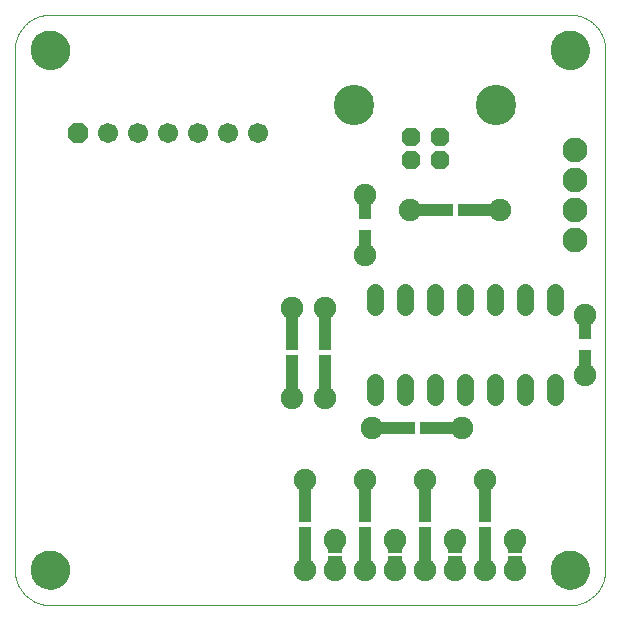
<source format=gts>
G75*
%MOIN*%
%OFA0B0*%
%FSLAX25Y25*%
%IPPOS*%
%LPD*%
%AMOC8*
5,1,8,0,0,1.08239X$1,22.5*
%
%ADD10C,0.00000*%
%ADD11C,0.12998*%
%ADD12R,0.04337X0.10636*%
%ADD13C,0.07487*%
%ADD14C,0.05600*%
%ADD15R,0.12998X0.04337*%
%ADD16OC8,0.06140*%
%ADD17C,0.13455*%
%ADD18R,0.04337X0.12998*%
%ADD19R,0.05124X0.03550*%
%ADD20C,0.08274*%
%ADD21C,0.06699*%
%ADD22OC8,0.06699*%
D10*
X0004543Y0016354D02*
X0004543Y0189583D01*
X0010055Y0189583D02*
X0010057Y0189741D01*
X0010063Y0189899D01*
X0010073Y0190057D01*
X0010087Y0190215D01*
X0010105Y0190372D01*
X0010126Y0190529D01*
X0010152Y0190685D01*
X0010182Y0190841D01*
X0010215Y0190996D01*
X0010253Y0191149D01*
X0010294Y0191302D01*
X0010339Y0191454D01*
X0010388Y0191605D01*
X0010441Y0191754D01*
X0010497Y0191902D01*
X0010557Y0192048D01*
X0010621Y0192193D01*
X0010689Y0192336D01*
X0010760Y0192478D01*
X0010834Y0192618D01*
X0010912Y0192755D01*
X0010994Y0192891D01*
X0011078Y0193025D01*
X0011167Y0193156D01*
X0011258Y0193285D01*
X0011353Y0193412D01*
X0011450Y0193537D01*
X0011551Y0193659D01*
X0011655Y0193778D01*
X0011762Y0193895D01*
X0011872Y0194009D01*
X0011985Y0194120D01*
X0012100Y0194229D01*
X0012218Y0194334D01*
X0012339Y0194436D01*
X0012462Y0194536D01*
X0012588Y0194632D01*
X0012716Y0194725D01*
X0012846Y0194815D01*
X0012979Y0194901D01*
X0013114Y0194985D01*
X0013250Y0195064D01*
X0013389Y0195141D01*
X0013530Y0195213D01*
X0013672Y0195283D01*
X0013816Y0195348D01*
X0013962Y0195410D01*
X0014109Y0195468D01*
X0014258Y0195523D01*
X0014408Y0195574D01*
X0014559Y0195621D01*
X0014711Y0195664D01*
X0014864Y0195703D01*
X0015019Y0195739D01*
X0015174Y0195770D01*
X0015330Y0195798D01*
X0015486Y0195822D01*
X0015643Y0195842D01*
X0015801Y0195858D01*
X0015958Y0195870D01*
X0016117Y0195878D01*
X0016275Y0195882D01*
X0016433Y0195882D01*
X0016591Y0195878D01*
X0016750Y0195870D01*
X0016907Y0195858D01*
X0017065Y0195842D01*
X0017222Y0195822D01*
X0017378Y0195798D01*
X0017534Y0195770D01*
X0017689Y0195739D01*
X0017844Y0195703D01*
X0017997Y0195664D01*
X0018149Y0195621D01*
X0018300Y0195574D01*
X0018450Y0195523D01*
X0018599Y0195468D01*
X0018746Y0195410D01*
X0018892Y0195348D01*
X0019036Y0195283D01*
X0019178Y0195213D01*
X0019319Y0195141D01*
X0019458Y0195064D01*
X0019594Y0194985D01*
X0019729Y0194901D01*
X0019862Y0194815D01*
X0019992Y0194725D01*
X0020120Y0194632D01*
X0020246Y0194536D01*
X0020369Y0194436D01*
X0020490Y0194334D01*
X0020608Y0194229D01*
X0020723Y0194120D01*
X0020836Y0194009D01*
X0020946Y0193895D01*
X0021053Y0193778D01*
X0021157Y0193659D01*
X0021258Y0193537D01*
X0021355Y0193412D01*
X0021450Y0193285D01*
X0021541Y0193156D01*
X0021630Y0193025D01*
X0021714Y0192891D01*
X0021796Y0192755D01*
X0021874Y0192618D01*
X0021948Y0192478D01*
X0022019Y0192336D01*
X0022087Y0192193D01*
X0022151Y0192048D01*
X0022211Y0191902D01*
X0022267Y0191754D01*
X0022320Y0191605D01*
X0022369Y0191454D01*
X0022414Y0191302D01*
X0022455Y0191149D01*
X0022493Y0190996D01*
X0022526Y0190841D01*
X0022556Y0190685D01*
X0022582Y0190529D01*
X0022603Y0190372D01*
X0022621Y0190215D01*
X0022635Y0190057D01*
X0022645Y0189899D01*
X0022651Y0189741D01*
X0022653Y0189583D01*
X0022651Y0189425D01*
X0022645Y0189267D01*
X0022635Y0189109D01*
X0022621Y0188951D01*
X0022603Y0188794D01*
X0022582Y0188637D01*
X0022556Y0188481D01*
X0022526Y0188325D01*
X0022493Y0188170D01*
X0022455Y0188017D01*
X0022414Y0187864D01*
X0022369Y0187712D01*
X0022320Y0187561D01*
X0022267Y0187412D01*
X0022211Y0187264D01*
X0022151Y0187118D01*
X0022087Y0186973D01*
X0022019Y0186830D01*
X0021948Y0186688D01*
X0021874Y0186548D01*
X0021796Y0186411D01*
X0021714Y0186275D01*
X0021630Y0186141D01*
X0021541Y0186010D01*
X0021450Y0185881D01*
X0021355Y0185754D01*
X0021258Y0185629D01*
X0021157Y0185507D01*
X0021053Y0185388D01*
X0020946Y0185271D01*
X0020836Y0185157D01*
X0020723Y0185046D01*
X0020608Y0184937D01*
X0020490Y0184832D01*
X0020369Y0184730D01*
X0020246Y0184630D01*
X0020120Y0184534D01*
X0019992Y0184441D01*
X0019862Y0184351D01*
X0019729Y0184265D01*
X0019594Y0184181D01*
X0019458Y0184102D01*
X0019319Y0184025D01*
X0019178Y0183953D01*
X0019036Y0183883D01*
X0018892Y0183818D01*
X0018746Y0183756D01*
X0018599Y0183698D01*
X0018450Y0183643D01*
X0018300Y0183592D01*
X0018149Y0183545D01*
X0017997Y0183502D01*
X0017844Y0183463D01*
X0017689Y0183427D01*
X0017534Y0183396D01*
X0017378Y0183368D01*
X0017222Y0183344D01*
X0017065Y0183324D01*
X0016907Y0183308D01*
X0016750Y0183296D01*
X0016591Y0183288D01*
X0016433Y0183284D01*
X0016275Y0183284D01*
X0016117Y0183288D01*
X0015958Y0183296D01*
X0015801Y0183308D01*
X0015643Y0183324D01*
X0015486Y0183344D01*
X0015330Y0183368D01*
X0015174Y0183396D01*
X0015019Y0183427D01*
X0014864Y0183463D01*
X0014711Y0183502D01*
X0014559Y0183545D01*
X0014408Y0183592D01*
X0014258Y0183643D01*
X0014109Y0183698D01*
X0013962Y0183756D01*
X0013816Y0183818D01*
X0013672Y0183883D01*
X0013530Y0183953D01*
X0013389Y0184025D01*
X0013250Y0184102D01*
X0013114Y0184181D01*
X0012979Y0184265D01*
X0012846Y0184351D01*
X0012716Y0184441D01*
X0012588Y0184534D01*
X0012462Y0184630D01*
X0012339Y0184730D01*
X0012218Y0184832D01*
X0012100Y0184937D01*
X0011985Y0185046D01*
X0011872Y0185157D01*
X0011762Y0185271D01*
X0011655Y0185388D01*
X0011551Y0185507D01*
X0011450Y0185629D01*
X0011353Y0185754D01*
X0011258Y0185881D01*
X0011167Y0186010D01*
X0011078Y0186141D01*
X0010994Y0186275D01*
X0010912Y0186411D01*
X0010834Y0186548D01*
X0010760Y0186688D01*
X0010689Y0186830D01*
X0010621Y0186973D01*
X0010557Y0187118D01*
X0010497Y0187264D01*
X0010441Y0187412D01*
X0010388Y0187561D01*
X0010339Y0187712D01*
X0010294Y0187864D01*
X0010253Y0188017D01*
X0010215Y0188170D01*
X0010182Y0188325D01*
X0010152Y0188481D01*
X0010126Y0188637D01*
X0010105Y0188794D01*
X0010087Y0188951D01*
X0010073Y0189109D01*
X0010063Y0189267D01*
X0010057Y0189425D01*
X0010055Y0189583D01*
X0004543Y0189583D02*
X0004546Y0189868D01*
X0004557Y0190154D01*
X0004574Y0190439D01*
X0004598Y0190723D01*
X0004629Y0191007D01*
X0004667Y0191290D01*
X0004712Y0191571D01*
X0004763Y0191852D01*
X0004821Y0192132D01*
X0004886Y0192410D01*
X0004958Y0192686D01*
X0005036Y0192960D01*
X0005121Y0193233D01*
X0005213Y0193503D01*
X0005311Y0193771D01*
X0005415Y0194037D01*
X0005526Y0194300D01*
X0005643Y0194560D01*
X0005766Y0194818D01*
X0005896Y0195072D01*
X0006032Y0195323D01*
X0006173Y0195571D01*
X0006321Y0195815D01*
X0006474Y0196056D01*
X0006634Y0196292D01*
X0006799Y0196525D01*
X0006969Y0196754D01*
X0007145Y0196979D01*
X0007327Y0197199D01*
X0007513Y0197415D01*
X0007705Y0197626D01*
X0007902Y0197833D01*
X0008104Y0198035D01*
X0008311Y0198232D01*
X0008522Y0198424D01*
X0008738Y0198610D01*
X0008958Y0198792D01*
X0009183Y0198968D01*
X0009412Y0199138D01*
X0009645Y0199303D01*
X0009881Y0199463D01*
X0010122Y0199616D01*
X0010366Y0199764D01*
X0010614Y0199905D01*
X0010865Y0200041D01*
X0011119Y0200171D01*
X0011377Y0200294D01*
X0011637Y0200411D01*
X0011900Y0200522D01*
X0012166Y0200626D01*
X0012434Y0200724D01*
X0012704Y0200816D01*
X0012977Y0200901D01*
X0013251Y0200979D01*
X0013527Y0201051D01*
X0013805Y0201116D01*
X0014085Y0201174D01*
X0014366Y0201225D01*
X0014647Y0201270D01*
X0014930Y0201308D01*
X0015214Y0201339D01*
X0015498Y0201363D01*
X0015783Y0201380D01*
X0016069Y0201391D01*
X0016354Y0201394D01*
X0189583Y0201394D01*
X0183284Y0189583D02*
X0183286Y0189741D01*
X0183292Y0189899D01*
X0183302Y0190057D01*
X0183316Y0190215D01*
X0183334Y0190372D01*
X0183355Y0190529D01*
X0183381Y0190685D01*
X0183411Y0190841D01*
X0183444Y0190996D01*
X0183482Y0191149D01*
X0183523Y0191302D01*
X0183568Y0191454D01*
X0183617Y0191605D01*
X0183670Y0191754D01*
X0183726Y0191902D01*
X0183786Y0192048D01*
X0183850Y0192193D01*
X0183918Y0192336D01*
X0183989Y0192478D01*
X0184063Y0192618D01*
X0184141Y0192755D01*
X0184223Y0192891D01*
X0184307Y0193025D01*
X0184396Y0193156D01*
X0184487Y0193285D01*
X0184582Y0193412D01*
X0184679Y0193537D01*
X0184780Y0193659D01*
X0184884Y0193778D01*
X0184991Y0193895D01*
X0185101Y0194009D01*
X0185214Y0194120D01*
X0185329Y0194229D01*
X0185447Y0194334D01*
X0185568Y0194436D01*
X0185691Y0194536D01*
X0185817Y0194632D01*
X0185945Y0194725D01*
X0186075Y0194815D01*
X0186208Y0194901D01*
X0186343Y0194985D01*
X0186479Y0195064D01*
X0186618Y0195141D01*
X0186759Y0195213D01*
X0186901Y0195283D01*
X0187045Y0195348D01*
X0187191Y0195410D01*
X0187338Y0195468D01*
X0187487Y0195523D01*
X0187637Y0195574D01*
X0187788Y0195621D01*
X0187940Y0195664D01*
X0188093Y0195703D01*
X0188248Y0195739D01*
X0188403Y0195770D01*
X0188559Y0195798D01*
X0188715Y0195822D01*
X0188872Y0195842D01*
X0189030Y0195858D01*
X0189187Y0195870D01*
X0189346Y0195878D01*
X0189504Y0195882D01*
X0189662Y0195882D01*
X0189820Y0195878D01*
X0189979Y0195870D01*
X0190136Y0195858D01*
X0190294Y0195842D01*
X0190451Y0195822D01*
X0190607Y0195798D01*
X0190763Y0195770D01*
X0190918Y0195739D01*
X0191073Y0195703D01*
X0191226Y0195664D01*
X0191378Y0195621D01*
X0191529Y0195574D01*
X0191679Y0195523D01*
X0191828Y0195468D01*
X0191975Y0195410D01*
X0192121Y0195348D01*
X0192265Y0195283D01*
X0192407Y0195213D01*
X0192548Y0195141D01*
X0192687Y0195064D01*
X0192823Y0194985D01*
X0192958Y0194901D01*
X0193091Y0194815D01*
X0193221Y0194725D01*
X0193349Y0194632D01*
X0193475Y0194536D01*
X0193598Y0194436D01*
X0193719Y0194334D01*
X0193837Y0194229D01*
X0193952Y0194120D01*
X0194065Y0194009D01*
X0194175Y0193895D01*
X0194282Y0193778D01*
X0194386Y0193659D01*
X0194487Y0193537D01*
X0194584Y0193412D01*
X0194679Y0193285D01*
X0194770Y0193156D01*
X0194859Y0193025D01*
X0194943Y0192891D01*
X0195025Y0192755D01*
X0195103Y0192618D01*
X0195177Y0192478D01*
X0195248Y0192336D01*
X0195316Y0192193D01*
X0195380Y0192048D01*
X0195440Y0191902D01*
X0195496Y0191754D01*
X0195549Y0191605D01*
X0195598Y0191454D01*
X0195643Y0191302D01*
X0195684Y0191149D01*
X0195722Y0190996D01*
X0195755Y0190841D01*
X0195785Y0190685D01*
X0195811Y0190529D01*
X0195832Y0190372D01*
X0195850Y0190215D01*
X0195864Y0190057D01*
X0195874Y0189899D01*
X0195880Y0189741D01*
X0195882Y0189583D01*
X0195880Y0189425D01*
X0195874Y0189267D01*
X0195864Y0189109D01*
X0195850Y0188951D01*
X0195832Y0188794D01*
X0195811Y0188637D01*
X0195785Y0188481D01*
X0195755Y0188325D01*
X0195722Y0188170D01*
X0195684Y0188017D01*
X0195643Y0187864D01*
X0195598Y0187712D01*
X0195549Y0187561D01*
X0195496Y0187412D01*
X0195440Y0187264D01*
X0195380Y0187118D01*
X0195316Y0186973D01*
X0195248Y0186830D01*
X0195177Y0186688D01*
X0195103Y0186548D01*
X0195025Y0186411D01*
X0194943Y0186275D01*
X0194859Y0186141D01*
X0194770Y0186010D01*
X0194679Y0185881D01*
X0194584Y0185754D01*
X0194487Y0185629D01*
X0194386Y0185507D01*
X0194282Y0185388D01*
X0194175Y0185271D01*
X0194065Y0185157D01*
X0193952Y0185046D01*
X0193837Y0184937D01*
X0193719Y0184832D01*
X0193598Y0184730D01*
X0193475Y0184630D01*
X0193349Y0184534D01*
X0193221Y0184441D01*
X0193091Y0184351D01*
X0192958Y0184265D01*
X0192823Y0184181D01*
X0192687Y0184102D01*
X0192548Y0184025D01*
X0192407Y0183953D01*
X0192265Y0183883D01*
X0192121Y0183818D01*
X0191975Y0183756D01*
X0191828Y0183698D01*
X0191679Y0183643D01*
X0191529Y0183592D01*
X0191378Y0183545D01*
X0191226Y0183502D01*
X0191073Y0183463D01*
X0190918Y0183427D01*
X0190763Y0183396D01*
X0190607Y0183368D01*
X0190451Y0183344D01*
X0190294Y0183324D01*
X0190136Y0183308D01*
X0189979Y0183296D01*
X0189820Y0183288D01*
X0189662Y0183284D01*
X0189504Y0183284D01*
X0189346Y0183288D01*
X0189187Y0183296D01*
X0189030Y0183308D01*
X0188872Y0183324D01*
X0188715Y0183344D01*
X0188559Y0183368D01*
X0188403Y0183396D01*
X0188248Y0183427D01*
X0188093Y0183463D01*
X0187940Y0183502D01*
X0187788Y0183545D01*
X0187637Y0183592D01*
X0187487Y0183643D01*
X0187338Y0183698D01*
X0187191Y0183756D01*
X0187045Y0183818D01*
X0186901Y0183883D01*
X0186759Y0183953D01*
X0186618Y0184025D01*
X0186479Y0184102D01*
X0186343Y0184181D01*
X0186208Y0184265D01*
X0186075Y0184351D01*
X0185945Y0184441D01*
X0185817Y0184534D01*
X0185691Y0184630D01*
X0185568Y0184730D01*
X0185447Y0184832D01*
X0185329Y0184937D01*
X0185214Y0185046D01*
X0185101Y0185157D01*
X0184991Y0185271D01*
X0184884Y0185388D01*
X0184780Y0185507D01*
X0184679Y0185629D01*
X0184582Y0185754D01*
X0184487Y0185881D01*
X0184396Y0186010D01*
X0184307Y0186141D01*
X0184223Y0186275D01*
X0184141Y0186411D01*
X0184063Y0186548D01*
X0183989Y0186688D01*
X0183918Y0186830D01*
X0183850Y0186973D01*
X0183786Y0187118D01*
X0183726Y0187264D01*
X0183670Y0187412D01*
X0183617Y0187561D01*
X0183568Y0187712D01*
X0183523Y0187864D01*
X0183482Y0188017D01*
X0183444Y0188170D01*
X0183411Y0188325D01*
X0183381Y0188481D01*
X0183355Y0188637D01*
X0183334Y0188794D01*
X0183316Y0188951D01*
X0183302Y0189109D01*
X0183292Y0189267D01*
X0183286Y0189425D01*
X0183284Y0189583D01*
X0189583Y0201394D02*
X0189868Y0201391D01*
X0190154Y0201380D01*
X0190439Y0201363D01*
X0190723Y0201339D01*
X0191007Y0201308D01*
X0191290Y0201270D01*
X0191571Y0201225D01*
X0191852Y0201174D01*
X0192132Y0201116D01*
X0192410Y0201051D01*
X0192686Y0200979D01*
X0192960Y0200901D01*
X0193233Y0200816D01*
X0193503Y0200724D01*
X0193771Y0200626D01*
X0194037Y0200522D01*
X0194300Y0200411D01*
X0194560Y0200294D01*
X0194818Y0200171D01*
X0195072Y0200041D01*
X0195323Y0199905D01*
X0195571Y0199764D01*
X0195815Y0199616D01*
X0196056Y0199463D01*
X0196292Y0199303D01*
X0196525Y0199138D01*
X0196754Y0198968D01*
X0196979Y0198792D01*
X0197199Y0198610D01*
X0197415Y0198424D01*
X0197626Y0198232D01*
X0197833Y0198035D01*
X0198035Y0197833D01*
X0198232Y0197626D01*
X0198424Y0197415D01*
X0198610Y0197199D01*
X0198792Y0196979D01*
X0198968Y0196754D01*
X0199138Y0196525D01*
X0199303Y0196292D01*
X0199463Y0196056D01*
X0199616Y0195815D01*
X0199764Y0195571D01*
X0199905Y0195323D01*
X0200041Y0195072D01*
X0200171Y0194818D01*
X0200294Y0194560D01*
X0200411Y0194300D01*
X0200522Y0194037D01*
X0200626Y0193771D01*
X0200724Y0193503D01*
X0200816Y0193233D01*
X0200901Y0192960D01*
X0200979Y0192686D01*
X0201051Y0192410D01*
X0201116Y0192132D01*
X0201174Y0191852D01*
X0201225Y0191571D01*
X0201270Y0191290D01*
X0201308Y0191007D01*
X0201339Y0190723D01*
X0201363Y0190439D01*
X0201380Y0190154D01*
X0201391Y0189868D01*
X0201394Y0189583D01*
X0201394Y0016354D01*
X0183284Y0016354D02*
X0183286Y0016512D01*
X0183292Y0016670D01*
X0183302Y0016828D01*
X0183316Y0016986D01*
X0183334Y0017143D01*
X0183355Y0017300D01*
X0183381Y0017456D01*
X0183411Y0017612D01*
X0183444Y0017767D01*
X0183482Y0017920D01*
X0183523Y0018073D01*
X0183568Y0018225D01*
X0183617Y0018376D01*
X0183670Y0018525D01*
X0183726Y0018673D01*
X0183786Y0018819D01*
X0183850Y0018964D01*
X0183918Y0019107D01*
X0183989Y0019249D01*
X0184063Y0019389D01*
X0184141Y0019526D01*
X0184223Y0019662D01*
X0184307Y0019796D01*
X0184396Y0019927D01*
X0184487Y0020056D01*
X0184582Y0020183D01*
X0184679Y0020308D01*
X0184780Y0020430D01*
X0184884Y0020549D01*
X0184991Y0020666D01*
X0185101Y0020780D01*
X0185214Y0020891D01*
X0185329Y0021000D01*
X0185447Y0021105D01*
X0185568Y0021207D01*
X0185691Y0021307D01*
X0185817Y0021403D01*
X0185945Y0021496D01*
X0186075Y0021586D01*
X0186208Y0021672D01*
X0186343Y0021756D01*
X0186479Y0021835D01*
X0186618Y0021912D01*
X0186759Y0021984D01*
X0186901Y0022054D01*
X0187045Y0022119D01*
X0187191Y0022181D01*
X0187338Y0022239D01*
X0187487Y0022294D01*
X0187637Y0022345D01*
X0187788Y0022392D01*
X0187940Y0022435D01*
X0188093Y0022474D01*
X0188248Y0022510D01*
X0188403Y0022541D01*
X0188559Y0022569D01*
X0188715Y0022593D01*
X0188872Y0022613D01*
X0189030Y0022629D01*
X0189187Y0022641D01*
X0189346Y0022649D01*
X0189504Y0022653D01*
X0189662Y0022653D01*
X0189820Y0022649D01*
X0189979Y0022641D01*
X0190136Y0022629D01*
X0190294Y0022613D01*
X0190451Y0022593D01*
X0190607Y0022569D01*
X0190763Y0022541D01*
X0190918Y0022510D01*
X0191073Y0022474D01*
X0191226Y0022435D01*
X0191378Y0022392D01*
X0191529Y0022345D01*
X0191679Y0022294D01*
X0191828Y0022239D01*
X0191975Y0022181D01*
X0192121Y0022119D01*
X0192265Y0022054D01*
X0192407Y0021984D01*
X0192548Y0021912D01*
X0192687Y0021835D01*
X0192823Y0021756D01*
X0192958Y0021672D01*
X0193091Y0021586D01*
X0193221Y0021496D01*
X0193349Y0021403D01*
X0193475Y0021307D01*
X0193598Y0021207D01*
X0193719Y0021105D01*
X0193837Y0021000D01*
X0193952Y0020891D01*
X0194065Y0020780D01*
X0194175Y0020666D01*
X0194282Y0020549D01*
X0194386Y0020430D01*
X0194487Y0020308D01*
X0194584Y0020183D01*
X0194679Y0020056D01*
X0194770Y0019927D01*
X0194859Y0019796D01*
X0194943Y0019662D01*
X0195025Y0019526D01*
X0195103Y0019389D01*
X0195177Y0019249D01*
X0195248Y0019107D01*
X0195316Y0018964D01*
X0195380Y0018819D01*
X0195440Y0018673D01*
X0195496Y0018525D01*
X0195549Y0018376D01*
X0195598Y0018225D01*
X0195643Y0018073D01*
X0195684Y0017920D01*
X0195722Y0017767D01*
X0195755Y0017612D01*
X0195785Y0017456D01*
X0195811Y0017300D01*
X0195832Y0017143D01*
X0195850Y0016986D01*
X0195864Y0016828D01*
X0195874Y0016670D01*
X0195880Y0016512D01*
X0195882Y0016354D01*
X0195880Y0016196D01*
X0195874Y0016038D01*
X0195864Y0015880D01*
X0195850Y0015722D01*
X0195832Y0015565D01*
X0195811Y0015408D01*
X0195785Y0015252D01*
X0195755Y0015096D01*
X0195722Y0014941D01*
X0195684Y0014788D01*
X0195643Y0014635D01*
X0195598Y0014483D01*
X0195549Y0014332D01*
X0195496Y0014183D01*
X0195440Y0014035D01*
X0195380Y0013889D01*
X0195316Y0013744D01*
X0195248Y0013601D01*
X0195177Y0013459D01*
X0195103Y0013319D01*
X0195025Y0013182D01*
X0194943Y0013046D01*
X0194859Y0012912D01*
X0194770Y0012781D01*
X0194679Y0012652D01*
X0194584Y0012525D01*
X0194487Y0012400D01*
X0194386Y0012278D01*
X0194282Y0012159D01*
X0194175Y0012042D01*
X0194065Y0011928D01*
X0193952Y0011817D01*
X0193837Y0011708D01*
X0193719Y0011603D01*
X0193598Y0011501D01*
X0193475Y0011401D01*
X0193349Y0011305D01*
X0193221Y0011212D01*
X0193091Y0011122D01*
X0192958Y0011036D01*
X0192823Y0010952D01*
X0192687Y0010873D01*
X0192548Y0010796D01*
X0192407Y0010724D01*
X0192265Y0010654D01*
X0192121Y0010589D01*
X0191975Y0010527D01*
X0191828Y0010469D01*
X0191679Y0010414D01*
X0191529Y0010363D01*
X0191378Y0010316D01*
X0191226Y0010273D01*
X0191073Y0010234D01*
X0190918Y0010198D01*
X0190763Y0010167D01*
X0190607Y0010139D01*
X0190451Y0010115D01*
X0190294Y0010095D01*
X0190136Y0010079D01*
X0189979Y0010067D01*
X0189820Y0010059D01*
X0189662Y0010055D01*
X0189504Y0010055D01*
X0189346Y0010059D01*
X0189187Y0010067D01*
X0189030Y0010079D01*
X0188872Y0010095D01*
X0188715Y0010115D01*
X0188559Y0010139D01*
X0188403Y0010167D01*
X0188248Y0010198D01*
X0188093Y0010234D01*
X0187940Y0010273D01*
X0187788Y0010316D01*
X0187637Y0010363D01*
X0187487Y0010414D01*
X0187338Y0010469D01*
X0187191Y0010527D01*
X0187045Y0010589D01*
X0186901Y0010654D01*
X0186759Y0010724D01*
X0186618Y0010796D01*
X0186479Y0010873D01*
X0186343Y0010952D01*
X0186208Y0011036D01*
X0186075Y0011122D01*
X0185945Y0011212D01*
X0185817Y0011305D01*
X0185691Y0011401D01*
X0185568Y0011501D01*
X0185447Y0011603D01*
X0185329Y0011708D01*
X0185214Y0011817D01*
X0185101Y0011928D01*
X0184991Y0012042D01*
X0184884Y0012159D01*
X0184780Y0012278D01*
X0184679Y0012400D01*
X0184582Y0012525D01*
X0184487Y0012652D01*
X0184396Y0012781D01*
X0184307Y0012912D01*
X0184223Y0013046D01*
X0184141Y0013182D01*
X0184063Y0013319D01*
X0183989Y0013459D01*
X0183918Y0013601D01*
X0183850Y0013744D01*
X0183786Y0013889D01*
X0183726Y0014035D01*
X0183670Y0014183D01*
X0183617Y0014332D01*
X0183568Y0014483D01*
X0183523Y0014635D01*
X0183482Y0014788D01*
X0183444Y0014941D01*
X0183411Y0015096D01*
X0183381Y0015252D01*
X0183355Y0015408D01*
X0183334Y0015565D01*
X0183316Y0015722D01*
X0183302Y0015880D01*
X0183292Y0016038D01*
X0183286Y0016196D01*
X0183284Y0016354D01*
X0189583Y0004543D02*
X0189868Y0004546D01*
X0190154Y0004557D01*
X0190439Y0004574D01*
X0190723Y0004598D01*
X0191007Y0004629D01*
X0191290Y0004667D01*
X0191571Y0004712D01*
X0191852Y0004763D01*
X0192132Y0004821D01*
X0192410Y0004886D01*
X0192686Y0004958D01*
X0192960Y0005036D01*
X0193233Y0005121D01*
X0193503Y0005213D01*
X0193771Y0005311D01*
X0194037Y0005415D01*
X0194300Y0005526D01*
X0194560Y0005643D01*
X0194818Y0005766D01*
X0195072Y0005896D01*
X0195323Y0006032D01*
X0195571Y0006173D01*
X0195815Y0006321D01*
X0196056Y0006474D01*
X0196292Y0006634D01*
X0196525Y0006799D01*
X0196754Y0006969D01*
X0196979Y0007145D01*
X0197199Y0007327D01*
X0197415Y0007513D01*
X0197626Y0007705D01*
X0197833Y0007902D01*
X0198035Y0008104D01*
X0198232Y0008311D01*
X0198424Y0008522D01*
X0198610Y0008738D01*
X0198792Y0008958D01*
X0198968Y0009183D01*
X0199138Y0009412D01*
X0199303Y0009645D01*
X0199463Y0009881D01*
X0199616Y0010122D01*
X0199764Y0010366D01*
X0199905Y0010614D01*
X0200041Y0010865D01*
X0200171Y0011119D01*
X0200294Y0011377D01*
X0200411Y0011637D01*
X0200522Y0011900D01*
X0200626Y0012166D01*
X0200724Y0012434D01*
X0200816Y0012704D01*
X0200901Y0012977D01*
X0200979Y0013251D01*
X0201051Y0013527D01*
X0201116Y0013805D01*
X0201174Y0014085D01*
X0201225Y0014366D01*
X0201270Y0014647D01*
X0201308Y0014930D01*
X0201339Y0015214D01*
X0201363Y0015498D01*
X0201380Y0015783D01*
X0201391Y0016069D01*
X0201394Y0016354D01*
X0189583Y0004543D02*
X0016354Y0004543D01*
X0010055Y0016354D02*
X0010057Y0016512D01*
X0010063Y0016670D01*
X0010073Y0016828D01*
X0010087Y0016986D01*
X0010105Y0017143D01*
X0010126Y0017300D01*
X0010152Y0017456D01*
X0010182Y0017612D01*
X0010215Y0017767D01*
X0010253Y0017920D01*
X0010294Y0018073D01*
X0010339Y0018225D01*
X0010388Y0018376D01*
X0010441Y0018525D01*
X0010497Y0018673D01*
X0010557Y0018819D01*
X0010621Y0018964D01*
X0010689Y0019107D01*
X0010760Y0019249D01*
X0010834Y0019389D01*
X0010912Y0019526D01*
X0010994Y0019662D01*
X0011078Y0019796D01*
X0011167Y0019927D01*
X0011258Y0020056D01*
X0011353Y0020183D01*
X0011450Y0020308D01*
X0011551Y0020430D01*
X0011655Y0020549D01*
X0011762Y0020666D01*
X0011872Y0020780D01*
X0011985Y0020891D01*
X0012100Y0021000D01*
X0012218Y0021105D01*
X0012339Y0021207D01*
X0012462Y0021307D01*
X0012588Y0021403D01*
X0012716Y0021496D01*
X0012846Y0021586D01*
X0012979Y0021672D01*
X0013114Y0021756D01*
X0013250Y0021835D01*
X0013389Y0021912D01*
X0013530Y0021984D01*
X0013672Y0022054D01*
X0013816Y0022119D01*
X0013962Y0022181D01*
X0014109Y0022239D01*
X0014258Y0022294D01*
X0014408Y0022345D01*
X0014559Y0022392D01*
X0014711Y0022435D01*
X0014864Y0022474D01*
X0015019Y0022510D01*
X0015174Y0022541D01*
X0015330Y0022569D01*
X0015486Y0022593D01*
X0015643Y0022613D01*
X0015801Y0022629D01*
X0015958Y0022641D01*
X0016117Y0022649D01*
X0016275Y0022653D01*
X0016433Y0022653D01*
X0016591Y0022649D01*
X0016750Y0022641D01*
X0016907Y0022629D01*
X0017065Y0022613D01*
X0017222Y0022593D01*
X0017378Y0022569D01*
X0017534Y0022541D01*
X0017689Y0022510D01*
X0017844Y0022474D01*
X0017997Y0022435D01*
X0018149Y0022392D01*
X0018300Y0022345D01*
X0018450Y0022294D01*
X0018599Y0022239D01*
X0018746Y0022181D01*
X0018892Y0022119D01*
X0019036Y0022054D01*
X0019178Y0021984D01*
X0019319Y0021912D01*
X0019458Y0021835D01*
X0019594Y0021756D01*
X0019729Y0021672D01*
X0019862Y0021586D01*
X0019992Y0021496D01*
X0020120Y0021403D01*
X0020246Y0021307D01*
X0020369Y0021207D01*
X0020490Y0021105D01*
X0020608Y0021000D01*
X0020723Y0020891D01*
X0020836Y0020780D01*
X0020946Y0020666D01*
X0021053Y0020549D01*
X0021157Y0020430D01*
X0021258Y0020308D01*
X0021355Y0020183D01*
X0021450Y0020056D01*
X0021541Y0019927D01*
X0021630Y0019796D01*
X0021714Y0019662D01*
X0021796Y0019526D01*
X0021874Y0019389D01*
X0021948Y0019249D01*
X0022019Y0019107D01*
X0022087Y0018964D01*
X0022151Y0018819D01*
X0022211Y0018673D01*
X0022267Y0018525D01*
X0022320Y0018376D01*
X0022369Y0018225D01*
X0022414Y0018073D01*
X0022455Y0017920D01*
X0022493Y0017767D01*
X0022526Y0017612D01*
X0022556Y0017456D01*
X0022582Y0017300D01*
X0022603Y0017143D01*
X0022621Y0016986D01*
X0022635Y0016828D01*
X0022645Y0016670D01*
X0022651Y0016512D01*
X0022653Y0016354D01*
X0022651Y0016196D01*
X0022645Y0016038D01*
X0022635Y0015880D01*
X0022621Y0015722D01*
X0022603Y0015565D01*
X0022582Y0015408D01*
X0022556Y0015252D01*
X0022526Y0015096D01*
X0022493Y0014941D01*
X0022455Y0014788D01*
X0022414Y0014635D01*
X0022369Y0014483D01*
X0022320Y0014332D01*
X0022267Y0014183D01*
X0022211Y0014035D01*
X0022151Y0013889D01*
X0022087Y0013744D01*
X0022019Y0013601D01*
X0021948Y0013459D01*
X0021874Y0013319D01*
X0021796Y0013182D01*
X0021714Y0013046D01*
X0021630Y0012912D01*
X0021541Y0012781D01*
X0021450Y0012652D01*
X0021355Y0012525D01*
X0021258Y0012400D01*
X0021157Y0012278D01*
X0021053Y0012159D01*
X0020946Y0012042D01*
X0020836Y0011928D01*
X0020723Y0011817D01*
X0020608Y0011708D01*
X0020490Y0011603D01*
X0020369Y0011501D01*
X0020246Y0011401D01*
X0020120Y0011305D01*
X0019992Y0011212D01*
X0019862Y0011122D01*
X0019729Y0011036D01*
X0019594Y0010952D01*
X0019458Y0010873D01*
X0019319Y0010796D01*
X0019178Y0010724D01*
X0019036Y0010654D01*
X0018892Y0010589D01*
X0018746Y0010527D01*
X0018599Y0010469D01*
X0018450Y0010414D01*
X0018300Y0010363D01*
X0018149Y0010316D01*
X0017997Y0010273D01*
X0017844Y0010234D01*
X0017689Y0010198D01*
X0017534Y0010167D01*
X0017378Y0010139D01*
X0017222Y0010115D01*
X0017065Y0010095D01*
X0016907Y0010079D01*
X0016750Y0010067D01*
X0016591Y0010059D01*
X0016433Y0010055D01*
X0016275Y0010055D01*
X0016117Y0010059D01*
X0015958Y0010067D01*
X0015801Y0010079D01*
X0015643Y0010095D01*
X0015486Y0010115D01*
X0015330Y0010139D01*
X0015174Y0010167D01*
X0015019Y0010198D01*
X0014864Y0010234D01*
X0014711Y0010273D01*
X0014559Y0010316D01*
X0014408Y0010363D01*
X0014258Y0010414D01*
X0014109Y0010469D01*
X0013962Y0010527D01*
X0013816Y0010589D01*
X0013672Y0010654D01*
X0013530Y0010724D01*
X0013389Y0010796D01*
X0013250Y0010873D01*
X0013114Y0010952D01*
X0012979Y0011036D01*
X0012846Y0011122D01*
X0012716Y0011212D01*
X0012588Y0011305D01*
X0012462Y0011401D01*
X0012339Y0011501D01*
X0012218Y0011603D01*
X0012100Y0011708D01*
X0011985Y0011817D01*
X0011872Y0011928D01*
X0011762Y0012042D01*
X0011655Y0012159D01*
X0011551Y0012278D01*
X0011450Y0012400D01*
X0011353Y0012525D01*
X0011258Y0012652D01*
X0011167Y0012781D01*
X0011078Y0012912D01*
X0010994Y0013046D01*
X0010912Y0013182D01*
X0010834Y0013319D01*
X0010760Y0013459D01*
X0010689Y0013601D01*
X0010621Y0013744D01*
X0010557Y0013889D01*
X0010497Y0014035D01*
X0010441Y0014183D01*
X0010388Y0014332D01*
X0010339Y0014483D01*
X0010294Y0014635D01*
X0010253Y0014788D01*
X0010215Y0014941D01*
X0010182Y0015096D01*
X0010152Y0015252D01*
X0010126Y0015408D01*
X0010105Y0015565D01*
X0010087Y0015722D01*
X0010073Y0015880D01*
X0010063Y0016038D01*
X0010057Y0016196D01*
X0010055Y0016354D01*
X0004543Y0016354D02*
X0004546Y0016069D01*
X0004557Y0015783D01*
X0004574Y0015498D01*
X0004598Y0015214D01*
X0004629Y0014930D01*
X0004667Y0014647D01*
X0004712Y0014366D01*
X0004763Y0014085D01*
X0004821Y0013805D01*
X0004886Y0013527D01*
X0004958Y0013251D01*
X0005036Y0012977D01*
X0005121Y0012704D01*
X0005213Y0012434D01*
X0005311Y0012166D01*
X0005415Y0011900D01*
X0005526Y0011637D01*
X0005643Y0011377D01*
X0005766Y0011119D01*
X0005896Y0010865D01*
X0006032Y0010614D01*
X0006173Y0010366D01*
X0006321Y0010122D01*
X0006474Y0009881D01*
X0006634Y0009645D01*
X0006799Y0009412D01*
X0006969Y0009183D01*
X0007145Y0008958D01*
X0007327Y0008738D01*
X0007513Y0008522D01*
X0007705Y0008311D01*
X0007902Y0008104D01*
X0008104Y0007902D01*
X0008311Y0007705D01*
X0008522Y0007513D01*
X0008738Y0007327D01*
X0008958Y0007145D01*
X0009183Y0006969D01*
X0009412Y0006799D01*
X0009645Y0006634D01*
X0009881Y0006474D01*
X0010122Y0006321D01*
X0010366Y0006173D01*
X0010614Y0006032D01*
X0010865Y0005896D01*
X0011119Y0005766D01*
X0011377Y0005643D01*
X0011637Y0005526D01*
X0011900Y0005415D01*
X0012166Y0005311D01*
X0012434Y0005213D01*
X0012704Y0005121D01*
X0012977Y0005036D01*
X0013251Y0004958D01*
X0013527Y0004886D01*
X0013805Y0004821D01*
X0014085Y0004763D01*
X0014366Y0004712D01*
X0014647Y0004667D01*
X0014930Y0004629D01*
X0015214Y0004598D01*
X0015498Y0004574D01*
X0015783Y0004557D01*
X0016069Y0004546D01*
X0016354Y0004543D01*
D11*
X0016354Y0016354D03*
X0016354Y0189583D03*
X0189583Y0189583D03*
X0189583Y0016354D03*
D12*
X0194543Y0084307D03*
X0194543Y0098480D03*
X0121394Y0124307D03*
X0121394Y0138480D03*
D13*
X0121394Y0141394D03*
X0136394Y0136394D03*
X0121394Y0121394D03*
X0107831Y0103756D03*
X0097043Y0103756D03*
X0097043Y0073756D03*
X0107831Y0073756D03*
X0123756Y0063756D03*
X0121394Y0046394D03*
X0131394Y0026394D03*
X0131394Y0016394D03*
X0141394Y0016394D03*
X0151394Y0016394D03*
X0151394Y0026394D03*
X0161394Y0016394D03*
X0171394Y0016394D03*
X0171394Y0026394D03*
X0161394Y0046394D03*
X0153756Y0063756D03*
X0141394Y0046394D03*
X0121394Y0016394D03*
X0111394Y0016394D03*
X0111394Y0026394D03*
X0101394Y0016394D03*
X0101394Y0046394D03*
X0166394Y0136394D03*
X0194543Y0101394D03*
X0194543Y0081394D03*
D14*
X0184543Y0078994D02*
X0184543Y0073794D01*
X0174543Y0073794D02*
X0174543Y0078994D01*
X0164543Y0078994D02*
X0164543Y0073794D01*
X0154543Y0073794D02*
X0154543Y0078994D01*
X0144543Y0078994D02*
X0144543Y0073794D01*
X0134543Y0073794D02*
X0134543Y0078994D01*
X0124543Y0078994D02*
X0124543Y0073794D01*
X0124543Y0103794D02*
X0124543Y0108994D01*
X0134543Y0108994D02*
X0134543Y0103794D01*
X0144543Y0103794D02*
X0144543Y0108994D01*
X0154543Y0108994D02*
X0154543Y0103794D01*
X0164543Y0103794D02*
X0164543Y0108994D01*
X0174543Y0108994D02*
X0174543Y0103794D01*
X0184543Y0103794D02*
X0184543Y0108994D01*
D15*
X0158480Y0136394D03*
X0144307Y0136394D03*
X0145843Y0063756D03*
X0131669Y0063756D03*
D16*
X0136472Y0152850D03*
X0136472Y0160724D03*
X0146315Y0160724D03*
X0146315Y0152850D03*
D17*
X0165094Y0171394D03*
X0117693Y0171394D03*
D18*
X0107831Y0095843D03*
X0097043Y0095843D03*
X0097043Y0081669D03*
X0107831Y0081669D03*
X0101394Y0038480D03*
X0101394Y0024307D03*
X0121394Y0024307D03*
X0121394Y0038480D03*
X0141394Y0038480D03*
X0141394Y0024307D03*
X0161394Y0024307D03*
X0161394Y0038480D03*
D19*
X0171394Y0023480D03*
X0171394Y0019307D03*
X0151394Y0019307D03*
X0151394Y0023480D03*
X0131394Y0023480D03*
X0131394Y0019307D03*
X0111394Y0019307D03*
X0111394Y0023480D03*
D20*
X0191394Y0126394D03*
X0191394Y0136394D03*
X0191394Y0146394D03*
X0191394Y0156394D03*
D21*
X0085724Y0162024D03*
X0075724Y0162024D03*
X0065724Y0162024D03*
X0055724Y0162024D03*
X0045724Y0162024D03*
X0035724Y0162024D03*
D22*
X0025724Y0162024D03*
M02*

</source>
